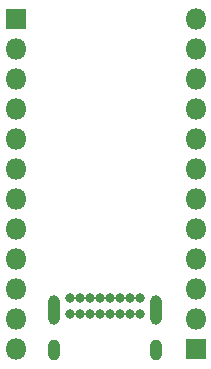
<source format=gbr>
%TF.GenerationSoftware,KiCad,Pcbnew,5.1.6+dfsg1-1~bpo10+1*%
%TF.CreationDate,2020-06-11T12:11:48-07:00*%
%TF.ProjectId,samd11d14_usb-c,73616d64-3131-4643-9134-5f7573622d63,rev?*%
%TF.SameCoordinates,Original*%
%TF.FileFunction,Soldermask,Bot*%
%TF.FilePolarity,Negative*%
%FSLAX46Y46*%
G04 Gerber Fmt 4.6, Leading zero omitted, Abs format (unit mm)*
G04 Created by KiCad (PCBNEW 5.1.6+dfsg1-1~bpo10+1) date 2020-06-11 12:11:48*
%MOMM*%
%LPD*%
G01*
G04 APERTURE LIST*
%ADD10O,1.801600X1.801600*%
%ADD11R,1.801600X1.801600*%
%ADD12O,1.001600X1.801600*%
%ADD13O,1.001600X2.501600*%
%ADD14C,0.801600*%
G04 APERTURE END LIST*
D10*
%TO.C,J103*%
X124460000Y-93980000D03*
X124460000Y-96520000D03*
X124460000Y-99060000D03*
X124460000Y-101600000D03*
X124460000Y-104140000D03*
X124460000Y-106680000D03*
X124460000Y-109220000D03*
X124460000Y-111760000D03*
X124460000Y-114300000D03*
X124460000Y-116840000D03*
X124460000Y-119380000D03*
D11*
X124460000Y-121920000D03*
%TD*%
D10*
%TO.C,J102*%
X109220000Y-121920000D03*
X109220000Y-119380000D03*
X109220000Y-116840000D03*
X109220000Y-114300000D03*
X109220000Y-111760000D03*
X109220000Y-109220000D03*
X109220000Y-106680000D03*
X109220000Y-104140000D03*
X109220000Y-101600000D03*
X109220000Y-99060000D03*
X109220000Y-96520000D03*
D11*
X109220000Y-93980000D03*
%TD*%
D12*
%TO.C,J101*%
X121092000Y-121962000D03*
X112442000Y-121962000D03*
D13*
X121092000Y-118582000D03*
X112442000Y-118582000D03*
D14*
X117192000Y-118952000D03*
X119742000Y-118952000D03*
X118892000Y-118952000D03*
X118042000Y-118952000D03*
X113792000Y-118952000D03*
X115492000Y-118952000D03*
X116342000Y-118952000D03*
X114642000Y-118952000D03*
X119742000Y-117602000D03*
X118892000Y-117602000D03*
X118042000Y-117602000D03*
X117192000Y-117602000D03*
X116342000Y-117602000D03*
X115492000Y-117602000D03*
X114642000Y-117602000D03*
X113792000Y-117602000D03*
%TD*%
M02*

</source>
